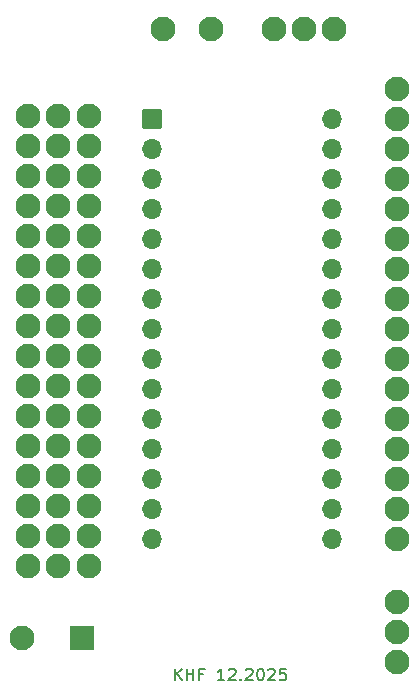
<source format=gbr>
%TF.GenerationSoftware,KiCad,Pcbnew,9.0.6*%
%TF.CreationDate,2025-12-02T14:29:33+01:00*%
%TF.ProjectId,NANO_Shield,4e414e4f-5f53-4686-9965-6c642e6b6963,rev?*%
%TF.SameCoordinates,Original*%
%TF.FileFunction,Soldermask,Top*%
%TF.FilePolarity,Negative*%
%FSLAX46Y46*%
G04 Gerber Fmt 4.6, Leading zero omitted, Abs format (unit mm)*
G04 Created by KiCad (PCBNEW 9.0.6) date 2025-12-02 14:29:33*
%MOMM*%
%LPD*%
G01*
G04 APERTURE LIST*
G04 Aperture macros list*
%AMRoundRect*
0 Rectangle with rounded corners*
0 $1 Rounding radius*
0 $2 $3 $4 $5 $6 $7 $8 $9 X,Y pos of 4 corners*
0 Add a 4 corners polygon primitive as box body*
4,1,4,$2,$3,$4,$5,$6,$7,$8,$9,$2,$3,0*
0 Add four circle primitives for the rounded corners*
1,1,$1+$1,$2,$3*
1,1,$1+$1,$4,$5*
1,1,$1+$1,$6,$7*
1,1,$1+$1,$8,$9*
0 Add four rect primitives between the rounded corners*
20,1,$1+$1,$2,$3,$4,$5,0*
20,1,$1+$1,$4,$5,$6,$7,0*
20,1,$1+$1,$6,$7,$8,$9,0*
20,1,$1+$1,$8,$9,$2,$3,0*%
G04 Aperture macros list end*
%ADD10C,0.150000*%
%ADD11C,2.100000*%
%ADD12RoundRect,0.050000X-0.800000X-0.800000X0.800000X-0.800000X0.800000X0.800000X-0.800000X0.800000X0*%
%ADD13O,1.700000X1.700000*%
%ADD14RoundRect,0.050000X-1.000000X-1.000000X1.000000X-1.000000X1.000000X1.000000X-1.000000X1.000000X0*%
G04 APERTURE END LIST*
D10*
X123909524Y-360254819D02*
X123909524Y-359254819D01*
X124480952Y-360254819D02*
X124052381Y-359683390D01*
X124480952Y-359254819D02*
X123909524Y-359826247D01*
X124909524Y-360254819D02*
X124909524Y-359254819D01*
X124909524Y-359731009D02*
X125480952Y-359731009D01*
X125480952Y-360254819D02*
X125480952Y-359254819D01*
X126290476Y-359731009D02*
X125957143Y-359731009D01*
X125957143Y-360254819D02*
X125957143Y-359254819D01*
X125957143Y-359254819D02*
X126433333Y-359254819D01*
X128100000Y-360254819D02*
X127528572Y-360254819D01*
X127814286Y-360254819D02*
X127814286Y-359254819D01*
X127814286Y-359254819D02*
X127719048Y-359397676D01*
X127719048Y-359397676D02*
X127623810Y-359492914D01*
X127623810Y-359492914D02*
X127528572Y-359540533D01*
X128480953Y-359350057D02*
X128528572Y-359302438D01*
X128528572Y-359302438D02*
X128623810Y-359254819D01*
X128623810Y-359254819D02*
X128861905Y-359254819D01*
X128861905Y-359254819D02*
X128957143Y-359302438D01*
X128957143Y-359302438D02*
X129004762Y-359350057D01*
X129004762Y-359350057D02*
X129052381Y-359445295D01*
X129052381Y-359445295D02*
X129052381Y-359540533D01*
X129052381Y-359540533D02*
X129004762Y-359683390D01*
X129004762Y-359683390D02*
X128433334Y-360254819D01*
X128433334Y-360254819D02*
X129052381Y-360254819D01*
X129480953Y-360159580D02*
X129528572Y-360207200D01*
X129528572Y-360207200D02*
X129480953Y-360254819D01*
X129480953Y-360254819D02*
X129433334Y-360207200D01*
X129433334Y-360207200D02*
X129480953Y-360159580D01*
X129480953Y-360159580D02*
X129480953Y-360254819D01*
X129909524Y-359350057D02*
X129957143Y-359302438D01*
X129957143Y-359302438D02*
X130052381Y-359254819D01*
X130052381Y-359254819D02*
X130290476Y-359254819D01*
X130290476Y-359254819D02*
X130385714Y-359302438D01*
X130385714Y-359302438D02*
X130433333Y-359350057D01*
X130433333Y-359350057D02*
X130480952Y-359445295D01*
X130480952Y-359445295D02*
X130480952Y-359540533D01*
X130480952Y-359540533D02*
X130433333Y-359683390D01*
X130433333Y-359683390D02*
X129861905Y-360254819D01*
X129861905Y-360254819D02*
X130480952Y-360254819D01*
X131100000Y-359254819D02*
X131195238Y-359254819D01*
X131195238Y-359254819D02*
X131290476Y-359302438D01*
X131290476Y-359302438D02*
X131338095Y-359350057D01*
X131338095Y-359350057D02*
X131385714Y-359445295D01*
X131385714Y-359445295D02*
X131433333Y-359635771D01*
X131433333Y-359635771D02*
X131433333Y-359873866D01*
X131433333Y-359873866D02*
X131385714Y-360064342D01*
X131385714Y-360064342D02*
X131338095Y-360159580D01*
X131338095Y-360159580D02*
X131290476Y-360207200D01*
X131290476Y-360207200D02*
X131195238Y-360254819D01*
X131195238Y-360254819D02*
X131100000Y-360254819D01*
X131100000Y-360254819D02*
X131004762Y-360207200D01*
X131004762Y-360207200D02*
X130957143Y-360159580D01*
X130957143Y-360159580D02*
X130909524Y-360064342D01*
X130909524Y-360064342D02*
X130861905Y-359873866D01*
X130861905Y-359873866D02*
X130861905Y-359635771D01*
X130861905Y-359635771D02*
X130909524Y-359445295D01*
X130909524Y-359445295D02*
X130957143Y-359350057D01*
X130957143Y-359350057D02*
X131004762Y-359302438D01*
X131004762Y-359302438D02*
X131100000Y-359254819D01*
X131814286Y-359350057D02*
X131861905Y-359302438D01*
X131861905Y-359302438D02*
X131957143Y-359254819D01*
X131957143Y-359254819D02*
X132195238Y-359254819D01*
X132195238Y-359254819D02*
X132290476Y-359302438D01*
X132290476Y-359302438D02*
X132338095Y-359350057D01*
X132338095Y-359350057D02*
X132385714Y-359445295D01*
X132385714Y-359445295D02*
X132385714Y-359540533D01*
X132385714Y-359540533D02*
X132338095Y-359683390D01*
X132338095Y-359683390D02*
X131766667Y-360254819D01*
X131766667Y-360254819D02*
X132385714Y-360254819D01*
X133290476Y-359254819D02*
X132814286Y-359254819D01*
X132814286Y-359254819D02*
X132766667Y-359731009D01*
X132766667Y-359731009D02*
X132814286Y-359683390D01*
X132814286Y-359683390D02*
X132909524Y-359635771D01*
X132909524Y-359635771D02*
X133147619Y-359635771D01*
X133147619Y-359635771D02*
X133242857Y-359683390D01*
X133242857Y-359683390D02*
X133290476Y-359731009D01*
X133290476Y-359731009D02*
X133338095Y-359826247D01*
X133338095Y-359826247D02*
X133338095Y-360064342D01*
X133338095Y-360064342D02*
X133290476Y-360159580D01*
X133290476Y-360159580D02*
X133242857Y-360207200D01*
X133242857Y-360207200D02*
X133147619Y-360254819D01*
X133147619Y-360254819D02*
X132909524Y-360254819D01*
X132909524Y-360254819D02*
X132814286Y-360207200D01*
X132814286Y-360207200D02*
X132766667Y-360159580D01*
D11*
%TO.C,S 9V*%
X137380000Y-305100000D03*
X134840000Y-305100000D03*
X132300000Y-305100000D03*
%TD*%
%TO.C,*%
X127000000Y-305100000D03*
%TD*%
%TO.C,*%
X122900000Y-305100000D03*
%TD*%
D12*
%TO.C,A1*%
X121951001Y-312695001D03*
D13*
X121951001Y-315235001D03*
X121951001Y-317775001D03*
X121951001Y-320315001D03*
X121951001Y-322855001D03*
X121951001Y-325395001D03*
X121951001Y-327935001D03*
X121951001Y-330475001D03*
X121951001Y-333015001D03*
X121951001Y-335555001D03*
X121951001Y-338095001D03*
X121951001Y-340635001D03*
X121951001Y-343175001D03*
X121951001Y-345715001D03*
X121951001Y-348255001D03*
X137191001Y-348255001D03*
X137191001Y-345715001D03*
X137191001Y-343175001D03*
X137191001Y-340635001D03*
X137191001Y-338095001D03*
X137191001Y-335555001D03*
X137191001Y-333015001D03*
X137191001Y-330475001D03*
X137191001Y-327935001D03*
X137191001Y-325395001D03*
X137191001Y-322855001D03*
X137191001Y-320315001D03*
X137191001Y-317775001D03*
X137191001Y-315235001D03*
X137191001Y-312695001D03*
%TD*%
D11*
%TO.C,J2*%
X114046000Y-312420000D03*
X114046000Y-314960000D03*
X114046000Y-317500000D03*
X114046000Y-320040000D03*
X114046000Y-322580000D03*
X114046000Y-325120000D03*
X114046000Y-327660000D03*
X114046000Y-330200000D03*
X114046000Y-332740000D03*
X114046000Y-335280000D03*
X114046000Y-337820000D03*
X114046000Y-340360000D03*
X114046000Y-342900000D03*
X114046000Y-345440000D03*
X114046000Y-347980000D03*
X114046000Y-350520000D03*
%TD*%
%TO.C,J3*%
X116650000Y-312430000D03*
X116650000Y-314970000D03*
X116650000Y-317510000D03*
X116650000Y-320050000D03*
X116650000Y-322590000D03*
X116650000Y-325130000D03*
X116650000Y-327670000D03*
X116650000Y-330210000D03*
X116650000Y-332750000D03*
X116650000Y-335290000D03*
X116650000Y-337830000D03*
X116650000Y-340370000D03*
X116650000Y-342910000D03*
X116650000Y-345450000D03*
X116650000Y-347990000D03*
X116650000Y-350530000D03*
%TD*%
%TO.C,J4*%
X142748000Y-348234000D03*
X142748000Y-345694000D03*
X142748000Y-343154000D03*
X142748000Y-340614000D03*
X142748000Y-338074000D03*
X142748000Y-335534000D03*
X142748000Y-332994000D03*
X142748000Y-330454000D03*
X142748000Y-327914000D03*
X142748000Y-325374000D03*
X142748000Y-322834000D03*
X142748000Y-320294000D03*
X142748000Y-317754000D03*
X142748000Y-315214000D03*
X142748000Y-312674000D03*
X142748000Y-310134000D03*
%TD*%
%TO.C,S 5V*%
X142748000Y-358648000D03*
X142748000Y-356108000D03*
X142748000Y-353568000D03*
%TD*%
%TO.C,GND*%
X110998000Y-356616000D03*
D14*
X116078000Y-356616000D03*
%TD*%
D11*
%TO.C,J1*%
X111506000Y-350520000D03*
X111506000Y-347980000D03*
X111506000Y-345440000D03*
X111506000Y-342900000D03*
X111506000Y-340360000D03*
X111506000Y-337820000D03*
X111506000Y-335280000D03*
X111506000Y-332740000D03*
X111506000Y-330200000D03*
X111506000Y-327660000D03*
X111506000Y-325120000D03*
X111506000Y-322580000D03*
X111506000Y-320040000D03*
X111506000Y-317500000D03*
X111506000Y-314960000D03*
X111506000Y-312420000D03*
%TD*%
M02*

</source>
